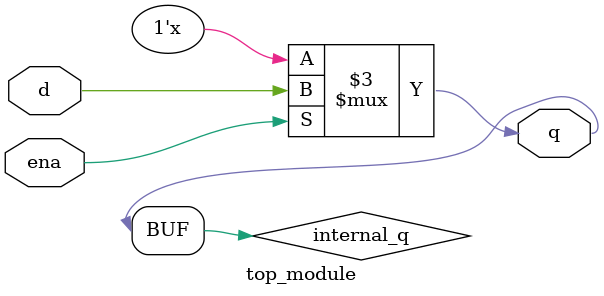
<source format=sv>
module top_module (
    input d,
    input ena,
    output logic q
);

    // Internal storage for output
    logic internal_q;

    // Always block to control the flow of data
    always @(*) begin
        if (ena) begin
            internal_q = d;
        end
    end

    // Assign the internal signal to output
    assign q = internal_q;

endmodule

</source>
